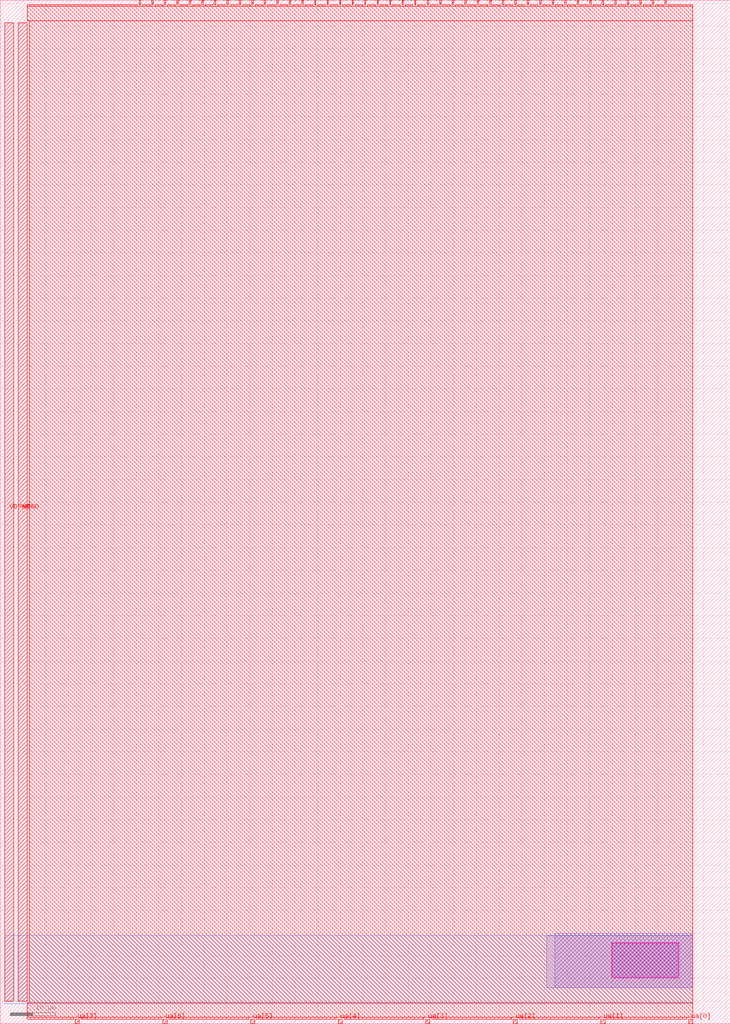
<source format=lef>
MACRO tt_um_mattvenn_double_inverter
  CLASS BLOCK ;
  FOREIGN tt_um_mattvenn_double_inverter ;
  ORIGIN 0.000 0.000 ;
  SIZE 161.000 BY 225.760 ;
  PIN clk
    DIRECTION INPUT ;
    USE SIGNAL ;
    PORT
      LAYER met4 ;
        RECT 143.830 224.760 144.130 225.760 ;
    END
  END clk
  PIN ena
    DIRECTION INPUT ;
    USE SIGNAL ;
    PORT
      LAYER met4 ;
        RECT 146.590 224.760 146.890 225.760 ;
    END
  END ena
  PIN rst_n
    DIRECTION INPUT ;
    USE SIGNAL ;
    PORT
      LAYER met4 ;
        RECT 141.070 224.760 141.370 225.760 ;
    END
  END rst_n
  PIN ua[0]
    DIRECTION INOUT ;
    USE SIGNAL ;
    ANTENNADIFFAREA 6.890000 ;
    PORT
      LAYER met4 ;
        RECT 151.810 0.000 152.710 1.000 ;
    END
  END ua[0]
  PIN ua[1]
    DIRECTION INOUT ;
    USE SIGNAL ;
    ANTENNAGATEAREA 0.300000 ;
    PORT
      LAYER met4 ;
        RECT 132.490 0.000 133.390 1.000 ;
    END
  END ua[1]
  PIN ua[2]
    DIRECTION INOUT ;
    USE SIGNAL ;
    PORT
      LAYER met4 ;
        RECT 113.170 0.000 114.070 1.000 ;
    END
  END ua[2]
  PIN ua[3]
    DIRECTION INOUT ;
    USE SIGNAL ;
    PORT
      LAYER met4 ;
        RECT 93.850 0.000 94.750 1.000 ;
    END
  END ua[3]
  PIN ua[4]
    DIRECTION INOUT ;
    USE SIGNAL ;
    PORT
      LAYER met4 ;
        RECT 74.530 0.000 75.430 1.000 ;
    END
  END ua[4]
  PIN ua[5]
    DIRECTION INOUT ;
    USE SIGNAL ;
    PORT
      LAYER met4 ;
        RECT 55.210 0.000 56.110 1.000 ;
    END
  END ua[5]
  PIN ua[6]
    DIRECTION INOUT ;
    USE SIGNAL ;
    PORT
      LAYER met4 ;
        RECT 35.890 0.000 36.790 1.000 ;
    END
  END ua[6]
  PIN ua[7]
    DIRECTION INOUT ;
    USE SIGNAL ;
    PORT
      LAYER met4 ;
        RECT 16.570 0.000 17.470 1.000 ;
    END
  END ua[7]
  PIN ui_in[0]
    DIRECTION INPUT ;
    USE SIGNAL ;
    PORT
      LAYER met4 ;
        RECT 138.310 224.760 138.610 225.760 ;
    END
  END ui_in[0]
  PIN ui_in[1]
    DIRECTION INPUT ;
    USE SIGNAL ;
    PORT
      LAYER met4 ;
        RECT 135.550 224.760 135.850 225.760 ;
    END
  END ui_in[1]
  PIN ui_in[2]
    DIRECTION INPUT ;
    USE SIGNAL ;
    PORT
      LAYER met4 ;
        RECT 132.790 224.760 133.090 225.760 ;
    END
  END ui_in[2]
  PIN ui_in[3]
    DIRECTION INPUT ;
    USE SIGNAL ;
    PORT
      LAYER met4 ;
        RECT 130.030 224.760 130.330 225.760 ;
    END
  END ui_in[3]
  PIN ui_in[4]
    DIRECTION INPUT ;
    USE SIGNAL ;
    PORT
      LAYER met4 ;
        RECT 127.270 224.760 127.570 225.760 ;
    END
  END ui_in[4]
  PIN ui_in[5]
    DIRECTION INPUT ;
    USE SIGNAL ;
    PORT
      LAYER met4 ;
        RECT 124.510 224.760 124.810 225.760 ;
    END
  END ui_in[5]
  PIN ui_in[6]
    DIRECTION INPUT ;
    USE SIGNAL ;
    PORT
      LAYER met4 ;
        RECT 121.750 224.760 122.050 225.760 ;
    END
  END ui_in[6]
  PIN ui_in[7]
    DIRECTION INPUT ;
    USE SIGNAL ;
    PORT
      LAYER met4 ;
        RECT 118.990 224.760 119.290 225.760 ;
    END
  END ui_in[7]
  PIN uio_in[0]
    DIRECTION INPUT ;
    USE SIGNAL ;
    PORT
      LAYER met4 ;
        RECT 116.230 224.760 116.530 225.760 ;
    END
  END uio_in[0]
  PIN uio_in[1]
    DIRECTION INPUT ;
    USE SIGNAL ;
    PORT
      LAYER met4 ;
        RECT 113.470 224.760 113.770 225.760 ;
    END
  END uio_in[1]
  PIN uio_in[2]
    DIRECTION INPUT ;
    USE SIGNAL ;
    PORT
      LAYER met4 ;
        RECT 110.710 224.760 111.010 225.760 ;
    END
  END uio_in[2]
  PIN uio_in[3]
    DIRECTION INPUT ;
    USE SIGNAL ;
    PORT
      LAYER met4 ;
        RECT 107.950 224.760 108.250 225.760 ;
    END
  END uio_in[3]
  PIN uio_in[4]
    DIRECTION INPUT ;
    USE SIGNAL ;
    PORT
      LAYER met4 ;
        RECT 105.190 224.760 105.490 225.760 ;
    END
  END uio_in[4]
  PIN uio_in[5]
    DIRECTION INPUT ;
    USE SIGNAL ;
    PORT
      LAYER met4 ;
        RECT 102.430 224.760 102.730 225.760 ;
    END
  END uio_in[5]
  PIN uio_in[6]
    DIRECTION INPUT ;
    USE SIGNAL ;
    PORT
      LAYER met4 ;
        RECT 99.670 224.760 99.970 225.760 ;
    END
  END uio_in[6]
  PIN uio_in[7]
    DIRECTION INPUT ;
    USE SIGNAL ;
    PORT
      LAYER met4 ;
        RECT 96.910 224.760 97.210 225.760 ;
    END
  END uio_in[7]
  PIN uio_oe[0]
    DIRECTION OUTPUT ;
    USE SIGNAL ;
    ANTENNADIFFAREA 9.421000 ;
    PORT
      LAYER met4 ;
        RECT 49.990 224.760 50.290 225.760 ;
    END
  END uio_oe[0]
  PIN uio_oe[1]
    DIRECTION OUTPUT ;
    USE SIGNAL ;
    ANTENNADIFFAREA 9.421000 ;
    PORT
      LAYER met4 ;
        RECT 47.230 224.760 47.530 225.760 ;
    END
  END uio_oe[1]
  PIN uio_oe[2]
    DIRECTION OUTPUT ;
    USE SIGNAL ;
    ANTENNADIFFAREA 9.421000 ;
    PORT
      LAYER met4 ;
        RECT 44.470 224.760 44.770 225.760 ;
    END
  END uio_oe[2]
  PIN uio_oe[3]
    DIRECTION OUTPUT ;
    USE SIGNAL ;
    ANTENNADIFFAREA 9.421000 ;
    PORT
      LAYER met4 ;
        RECT 41.710 224.760 42.010 225.760 ;
    END
  END uio_oe[3]
  PIN uio_oe[4]
    DIRECTION OUTPUT ;
    USE SIGNAL ;
    ANTENNADIFFAREA 9.421000 ;
    PORT
      LAYER met4 ;
        RECT 38.950 224.760 39.250 225.760 ;
    END
  END uio_oe[4]
  PIN uio_oe[5]
    DIRECTION OUTPUT ;
    USE SIGNAL ;
    ANTENNADIFFAREA 9.421000 ;
    PORT
      LAYER met4 ;
        RECT 36.190 224.760 36.490 225.760 ;
    END
  END uio_oe[5]
  PIN uio_oe[6]
    DIRECTION OUTPUT ;
    USE SIGNAL ;
    ANTENNADIFFAREA 9.421000 ;
    PORT
      LAYER met4 ;
        RECT 33.430 224.760 33.730 225.760 ;
    END
  END uio_oe[6]
  PIN uio_oe[7]
    DIRECTION OUTPUT ;
    USE SIGNAL ;
    ANTENNADIFFAREA 9.421000 ;
    PORT
      LAYER met4 ;
        RECT 30.670 224.760 30.970 225.760 ;
    END
  END uio_oe[7]
  PIN uio_out[0]
    DIRECTION OUTPUT ;
    USE SIGNAL ;
    ANTENNADIFFAREA 9.421000 ;
    PORT
      LAYER met4 ;
        RECT 72.070 224.760 72.370 225.760 ;
    END
  END uio_out[0]
  PIN uio_out[1]
    DIRECTION OUTPUT ;
    USE SIGNAL ;
    ANTENNADIFFAREA 9.421000 ;
    PORT
      LAYER met4 ;
        RECT 69.310 224.760 69.610 225.760 ;
    END
  END uio_out[1]
  PIN uio_out[2]
    DIRECTION OUTPUT ;
    USE SIGNAL ;
    ANTENNADIFFAREA 9.421000 ;
    PORT
      LAYER met4 ;
        RECT 66.550 224.760 66.850 225.760 ;
    END
  END uio_out[2]
  PIN uio_out[3]
    DIRECTION OUTPUT ;
    USE SIGNAL ;
    ANTENNADIFFAREA 9.421000 ;
    PORT
      LAYER met4 ;
        RECT 63.790 224.760 64.090 225.760 ;
    END
  END uio_out[3]
  PIN uio_out[4]
    DIRECTION OUTPUT ;
    USE SIGNAL ;
    ANTENNADIFFAREA 9.421000 ;
    PORT
      LAYER met4 ;
        RECT 61.030 224.760 61.330 225.760 ;
    END
  END uio_out[4]
  PIN uio_out[5]
    DIRECTION OUTPUT ;
    USE SIGNAL ;
    ANTENNADIFFAREA 9.421000 ;
    PORT
      LAYER met4 ;
        RECT 58.270 224.760 58.570 225.760 ;
    END
  END uio_out[5]
  PIN uio_out[6]
    DIRECTION OUTPUT ;
    USE SIGNAL ;
    ANTENNADIFFAREA 9.421000 ;
    PORT
      LAYER met4 ;
        RECT 55.510 224.760 55.810 225.760 ;
    END
  END uio_out[6]
  PIN uio_out[7]
    DIRECTION OUTPUT ;
    USE SIGNAL ;
    ANTENNADIFFAREA 9.421000 ;
    PORT
      LAYER met4 ;
        RECT 52.750 224.760 53.050 225.760 ;
    END
  END uio_out[7]
  PIN uo_out[0]
    DIRECTION OUTPUT ;
    USE SIGNAL ;
    ANTENNADIFFAREA 9.421000 ;
    PORT
      LAYER met4 ;
        RECT 94.150 224.760 94.450 225.760 ;
    END
  END uo_out[0]
  PIN uo_out[1]
    DIRECTION OUTPUT ;
    USE SIGNAL ;
    ANTENNADIFFAREA 9.421000 ;
    PORT
      LAYER met4 ;
        RECT 91.390 224.760 91.690 225.760 ;
    END
  END uo_out[1]
  PIN uo_out[2]
    DIRECTION OUTPUT ;
    USE SIGNAL ;
    ANTENNADIFFAREA 9.421000 ;
    PORT
      LAYER met4 ;
        RECT 88.630 224.760 88.930 225.760 ;
    END
  END uo_out[2]
  PIN uo_out[3]
    DIRECTION OUTPUT ;
    USE SIGNAL ;
    ANTENNADIFFAREA 9.421000 ;
    PORT
      LAYER met4 ;
        RECT 85.870 224.760 86.170 225.760 ;
    END
  END uo_out[3]
  PIN uo_out[4]
    DIRECTION OUTPUT ;
    USE SIGNAL ;
    ANTENNADIFFAREA 9.421000 ;
    PORT
      LAYER met4 ;
        RECT 83.110 224.760 83.410 225.760 ;
    END
  END uo_out[4]
  PIN uo_out[5]
    DIRECTION OUTPUT ;
    USE SIGNAL ;
    ANTENNADIFFAREA 9.421000 ;
    PORT
      LAYER met4 ;
        RECT 80.350 224.760 80.650 225.760 ;
    END
  END uo_out[5]
  PIN uo_out[6]
    DIRECTION OUTPUT ;
    USE SIGNAL ;
    ANTENNADIFFAREA 9.421000 ;
    PORT
      LAYER met4 ;
        RECT 77.590 224.760 77.890 225.760 ;
    END
  END uo_out[6]
  PIN uo_out[7]
    DIRECTION OUTPUT ;
    USE SIGNAL ;
    ANTENNADIFFAREA 9.421000 ;
    PORT
      LAYER met4 ;
        RECT 74.830 224.760 75.130 225.760 ;
    END
  END uo_out[7]
  PIN VDPWR
    DIRECTION INOUT ;
    USE POWER ;
    PORT
      LAYER met4 ;
        RECT 1.000 5.000 3.000 220.760 ;
    END
  END VDPWR
  PIN VGND
    DIRECTION INOUT ;
    USE GROUND ;
    PORT
      LAYER met4 ;
        RECT 4.000 5.000 6.000 220.760 ;
    END
  END VGND
  OBS
      LAYER nwell ;
        RECT 134.820 10.170 149.590 17.860 ;
      LAYER li1 ;
        RECT 135.000 10.320 149.410 17.720 ;
      LAYER met1 ;
        RECT 122.330 7.910 152.740 19.970 ;
      LAYER met2 ;
        RECT 120.490 7.920 152.730 19.460 ;
      LAYER met3 ;
        RECT 1.000 4.460 152.735 19.465 ;
      LAYER met4 ;
        RECT 6.000 224.360 30.270 224.760 ;
        RECT 31.370 224.360 33.030 224.760 ;
        RECT 34.130 224.360 35.790 224.760 ;
        RECT 36.890 224.360 38.550 224.760 ;
        RECT 39.650 224.360 41.310 224.760 ;
        RECT 42.410 224.360 44.070 224.760 ;
        RECT 45.170 224.360 46.830 224.760 ;
        RECT 47.930 224.360 49.590 224.760 ;
        RECT 50.690 224.360 52.350 224.760 ;
        RECT 53.450 224.360 55.110 224.760 ;
        RECT 56.210 224.360 57.870 224.760 ;
        RECT 58.970 224.360 60.630 224.760 ;
        RECT 61.730 224.360 63.390 224.760 ;
        RECT 64.490 224.360 66.150 224.760 ;
        RECT 67.250 224.360 68.910 224.760 ;
        RECT 70.010 224.360 71.670 224.760 ;
        RECT 72.770 224.360 74.430 224.760 ;
        RECT 75.530 224.360 77.190 224.760 ;
        RECT 78.290 224.360 79.950 224.760 ;
        RECT 81.050 224.360 82.710 224.760 ;
        RECT 83.810 224.360 85.470 224.760 ;
        RECT 86.570 224.360 88.230 224.760 ;
        RECT 89.330 224.360 90.990 224.760 ;
        RECT 92.090 224.360 93.750 224.760 ;
        RECT 94.850 224.360 96.510 224.760 ;
        RECT 97.610 224.360 99.270 224.760 ;
        RECT 100.370 224.360 102.030 224.760 ;
        RECT 103.130 224.360 104.790 224.760 ;
        RECT 105.890 224.360 107.550 224.760 ;
        RECT 108.650 224.360 110.310 224.760 ;
        RECT 111.410 224.360 113.070 224.760 ;
        RECT 114.170 224.360 115.830 224.760 ;
        RECT 116.930 224.360 118.590 224.760 ;
        RECT 119.690 224.360 121.350 224.760 ;
        RECT 122.450 224.360 124.110 224.760 ;
        RECT 125.210 224.360 126.870 224.760 ;
        RECT 127.970 224.360 129.630 224.760 ;
        RECT 130.730 224.360 132.390 224.760 ;
        RECT 133.490 224.360 135.150 224.760 ;
        RECT 136.250 224.360 137.910 224.760 ;
        RECT 139.010 224.360 140.670 224.760 ;
        RECT 141.770 224.360 143.430 224.760 ;
        RECT 144.530 224.360 146.190 224.760 ;
        RECT 147.290 224.360 152.710 224.760 ;
        RECT 6.000 221.160 152.710 224.360 ;
        RECT 6.400 4.600 152.710 221.160 ;
        RECT 6.000 1.400 152.710 4.600 ;
        RECT 6.000 1.000 16.170 1.400 ;
        RECT 17.870 1.000 35.490 1.400 ;
        RECT 37.190 1.000 54.810 1.400 ;
        RECT 56.510 1.000 74.130 1.400 ;
        RECT 75.830 1.000 93.450 1.400 ;
        RECT 95.150 1.000 112.770 1.400 ;
        RECT 114.470 1.000 132.090 1.400 ;
        RECT 133.790 1.000 151.410 1.400 ;
  END
END tt_um_mattvenn_double_inverter
END LIBRARY


</source>
